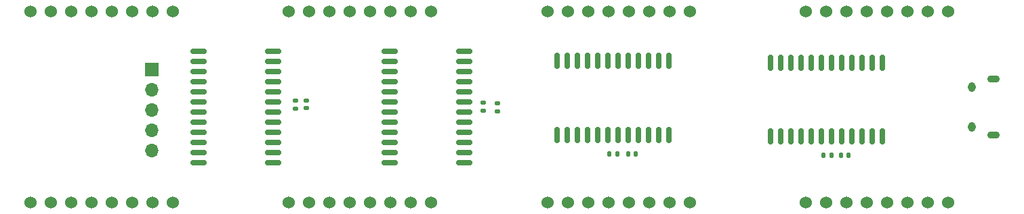
<source format=gbr>
%TF.GenerationSoftware,KiCad,Pcbnew,7.0.9*%
%TF.CreationDate,2024-01-25T00:03:06-08:00*%
%TF.ProjectId,Max7219_FC16,4d617837-3231-4395-9f46-4331362e6b69,rev?*%
%TF.SameCoordinates,Original*%
%TF.FileFunction,Soldermask,Top*%
%TF.FilePolarity,Negative*%
%FSLAX46Y46*%
G04 Gerber Fmt 4.6, Leading zero omitted, Abs format (unit mm)*
G04 Created by KiCad (PCBNEW 7.0.9) date 2024-01-25 00:03:06*
%MOMM*%
%LPD*%
G01*
G04 APERTURE LIST*
G04 Aperture macros list*
%AMRoundRect*
0 Rectangle with rounded corners*
0 $1 Rounding radius*
0 $2 $3 $4 $5 $6 $7 $8 $9 X,Y pos of 4 corners*
0 Add a 4 corners polygon primitive as box body*
4,1,4,$2,$3,$4,$5,$6,$7,$8,$9,$2,$3,0*
0 Add four circle primitives for the rounded corners*
1,1,$1+$1,$2,$3*
1,1,$1+$1,$4,$5*
1,1,$1+$1,$6,$7*
1,1,$1+$1,$8,$9*
0 Add four rect primitives between the rounded corners*
20,1,$1+$1,$2,$3,$4,$5,0*
20,1,$1+$1,$4,$5,$6,$7,0*
20,1,$1+$1,$6,$7,$8,$9,0*
20,1,$1+$1,$8,$9,$2,$3,0*%
G04 Aperture macros list end*
%ADD10R,1.700000X1.700000*%
%ADD11O,1.700000X1.700000*%
%ADD12O,1.550000X0.890000*%
%ADD13O,0.950000X1.250000*%
%ADD14C,1.524000*%
%ADD15RoundRect,0.140000X-0.140000X-0.170000X0.140000X-0.170000X0.140000X0.170000X-0.140000X0.170000X0*%
%ADD16RoundRect,0.135000X0.135000X0.185000X-0.135000X0.185000X-0.135000X-0.185000X0.135000X-0.185000X0*%
%ADD17RoundRect,0.150000X-0.150000X0.875000X-0.150000X-0.875000X0.150000X-0.875000X0.150000X0.875000X0*%
%ADD18RoundRect,0.150000X-0.875000X-0.150000X0.875000X-0.150000X0.875000X0.150000X-0.875000X0.150000X0*%
%ADD19RoundRect,0.135000X-0.185000X0.135000X-0.185000X-0.135000X0.185000X-0.135000X0.185000X0.135000X0*%
%ADD20RoundRect,0.140000X-0.170000X0.140000X-0.170000X-0.140000X0.170000X-0.140000X0.170000X0.140000X0*%
G04 APERTURE END LIST*
D10*
%TO.C,J2*%
X51308000Y-48310800D03*
D11*
X51308000Y-50850800D03*
X51308000Y-53390800D03*
X51308000Y-55930800D03*
X51308000Y-58470800D03*
%TD*%
D12*
%TO.C,J1*%
X156438600Y-49500000D03*
D13*
X153738600Y-50500000D03*
D12*
X156438600Y-56500000D03*
D13*
X153738600Y-55500000D03*
%TD*%
D14*
%TO.C,U6*%
X118490000Y-40985800D03*
X115950000Y-40985800D03*
X113410000Y-40985800D03*
X110870000Y-40985800D03*
X108330000Y-40985800D03*
X105790000Y-40985800D03*
X103250000Y-40985800D03*
X100710000Y-40985800D03*
X100710000Y-64988800D03*
X103250000Y-64988800D03*
X105790000Y-64988800D03*
X108330000Y-64988800D03*
X110870000Y-64988800D03*
X113410000Y-64988800D03*
X115950000Y-64988800D03*
X118490000Y-64988800D03*
%TD*%
D15*
%TO.C,C3*%
X110800000Y-58851800D03*
X111760000Y-58851800D03*
%TD*%
D16*
%TO.C,R3*%
X108379800Y-58877200D03*
X109399800Y-58877200D03*
%TD*%
D17*
%TO.C,U5*%
X115826668Y-47200000D03*
X114556668Y-47200000D03*
X113286668Y-47200000D03*
X112016668Y-47200000D03*
X110746668Y-47200000D03*
X109476668Y-47200000D03*
X108206668Y-47200000D03*
X106936668Y-47200000D03*
X105666668Y-47200000D03*
X104396668Y-47200000D03*
X103126668Y-47200000D03*
X101856668Y-47200000D03*
X101856668Y-56500000D03*
X103126668Y-56500000D03*
X104396668Y-56500000D03*
X105666668Y-56500000D03*
X106936668Y-56500000D03*
X108206668Y-56500000D03*
X109476668Y-56500000D03*
X110746668Y-56500000D03*
X112016668Y-56500000D03*
X113286668Y-56500000D03*
X114556668Y-56500000D03*
X115826668Y-56500000D03*
%TD*%
D14*
%TO.C,U2*%
X86182200Y-40995600D03*
X83642200Y-40995600D03*
X81102200Y-40995600D03*
X78562200Y-40995600D03*
X76022200Y-40995600D03*
X73482200Y-40995600D03*
X70942200Y-40995600D03*
X68402200Y-40995600D03*
X68402200Y-64998600D03*
X70942200Y-64998600D03*
X73482200Y-64998600D03*
X76022200Y-64998600D03*
X78562200Y-64998600D03*
X81102200Y-64998600D03*
X83642200Y-64998600D03*
X86182200Y-64998600D03*
%TD*%
D18*
%TO.C,U1*%
X80971600Y-45999400D03*
X80971600Y-47269400D03*
X80971600Y-48539400D03*
X80971600Y-49809400D03*
X80971600Y-51079400D03*
X80971600Y-52349400D03*
X80971600Y-53619400D03*
X80971600Y-54889400D03*
X80971600Y-56159400D03*
X80971600Y-57429400D03*
X80971600Y-58699400D03*
X80971600Y-59969400D03*
X90271600Y-59969400D03*
X90271600Y-58699400D03*
X90271600Y-57429400D03*
X90271600Y-56159400D03*
X90271600Y-54889400D03*
X90271600Y-53619400D03*
X90271600Y-52349400D03*
X90271600Y-51079400D03*
X90271600Y-49809400D03*
X90271600Y-48539400D03*
X90271600Y-47269400D03*
X90271600Y-45999400D03*
%TD*%
D19*
%TO.C,R2*%
X92684600Y-52451000D03*
X92684600Y-53471000D03*
%TD*%
%TO.C,R1*%
X69212200Y-52145400D03*
X69212200Y-53165400D03*
%TD*%
D20*
%TO.C,C2*%
X94411800Y-52552600D03*
X94411800Y-53512600D03*
%TD*%
%TO.C,C1*%
X70586600Y-52171600D03*
X70586600Y-53131600D03*
%TD*%
D15*
%TO.C,C4*%
X137337800Y-59029600D03*
X138297800Y-59029600D03*
%TD*%
D14*
%TO.C,U8*%
X150790000Y-64988800D03*
X148250000Y-64988800D03*
X145710000Y-64988800D03*
X143170000Y-64988800D03*
X140630000Y-64988800D03*
X138090000Y-64988800D03*
X135550000Y-64988800D03*
X133010000Y-64988800D03*
X133010000Y-40985800D03*
X135550000Y-40985800D03*
X138090000Y-40985800D03*
X140630000Y-40985800D03*
X143170000Y-40985800D03*
X145710000Y-40985800D03*
X148250000Y-40985800D03*
X150790000Y-40985800D03*
%TD*%
D16*
%TO.C,R4*%
X136194800Y-59029600D03*
X135174800Y-59029600D03*
%TD*%
D18*
%TO.C,U3*%
X57095600Y-46015000D03*
X57095600Y-47285000D03*
X57095600Y-48555000D03*
X57095600Y-49825000D03*
X57095600Y-51095000D03*
X57095600Y-52365000D03*
X57095600Y-53635000D03*
X57095600Y-54905000D03*
X57095600Y-56175000D03*
X57095600Y-57445000D03*
X57095600Y-58715000D03*
X57095600Y-59985000D03*
X66395600Y-59985000D03*
X66395600Y-58715000D03*
X66395600Y-57445000D03*
X66395600Y-56175000D03*
X66395600Y-54905000D03*
X66395600Y-53635000D03*
X66395600Y-52365000D03*
X66395600Y-51095000D03*
X66395600Y-49825000D03*
X66395600Y-48555000D03*
X66395600Y-47285000D03*
X66395600Y-46015000D03*
%TD*%
D17*
%TO.C,U7*%
X142570200Y-56696400D03*
X141300200Y-56696400D03*
X140030200Y-56696400D03*
X138760200Y-56696400D03*
X137490200Y-56696400D03*
X136220200Y-56696400D03*
X134950200Y-56696400D03*
X133680200Y-56696400D03*
X132410200Y-56696400D03*
X131140200Y-56696400D03*
X129870200Y-56696400D03*
X128600200Y-56696400D03*
X128600200Y-47396400D03*
X129870200Y-47396400D03*
X131140200Y-47396400D03*
X132410200Y-47396400D03*
X133680200Y-47396400D03*
X134950200Y-47396400D03*
X136220200Y-47396400D03*
X137490200Y-47396400D03*
X138760200Y-47396400D03*
X140030200Y-47396400D03*
X141300200Y-47396400D03*
X142570200Y-47396400D03*
%TD*%
D14*
%TO.C,U4*%
X53890000Y-64988800D03*
X51350000Y-64988800D03*
X48810000Y-64988800D03*
X46270000Y-64988800D03*
X43730000Y-64988800D03*
X41190000Y-64988800D03*
X38650000Y-64988800D03*
X36110000Y-64988800D03*
X36110000Y-40985800D03*
X38650000Y-40985800D03*
X41190000Y-40985800D03*
X43730000Y-40985800D03*
X46270000Y-40985800D03*
X48810000Y-40985800D03*
X51350000Y-40985800D03*
X53890000Y-40985800D03*
%TD*%
M02*

</source>
